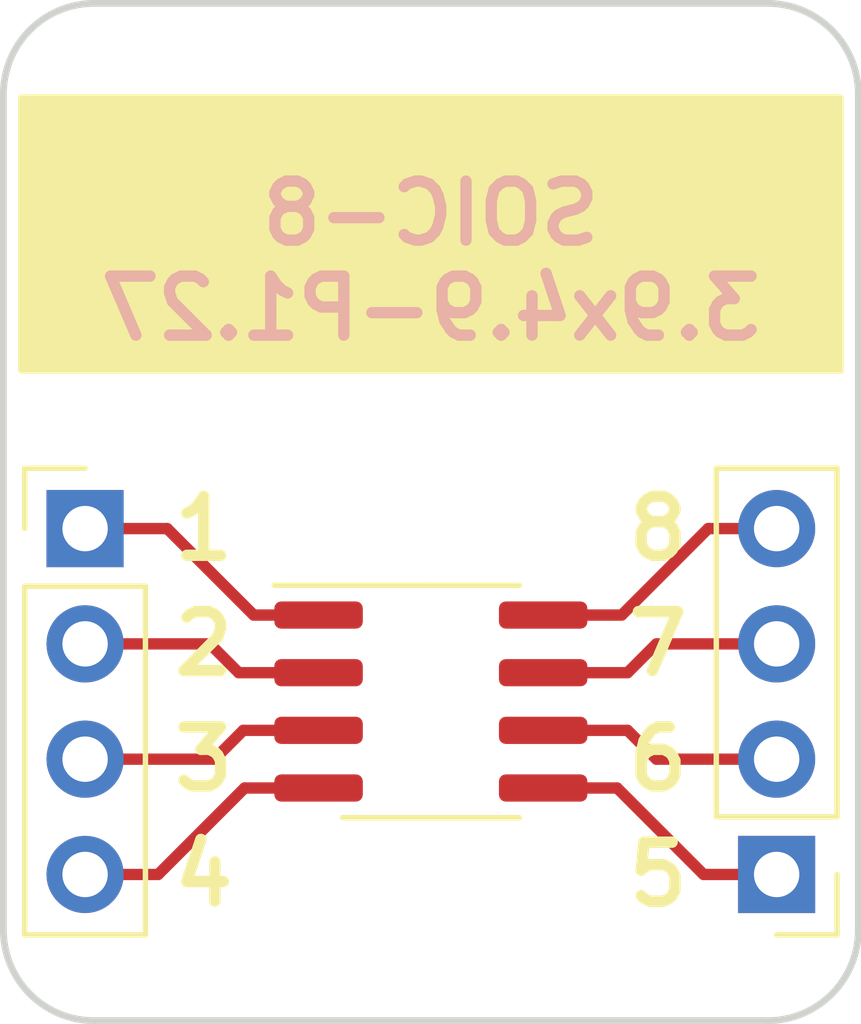
<source format=kicad_pcb>
(kicad_pcb (version 20171130) (host pcbnew 5.1.7-a382d34a8~87~ubuntu20.04.1)

  (general
    (thickness 1)
    (drawings 18)
    (tracks 24)
    (zones 0)
    (modules 3)
    (nets 9)
  )

  (page A4)
  (title_block
    (title BRK-SOIC-8-3.9x4.9-P1.27)
    (rev v1.0)
    (company https://gekkio.fi)
  )

  (layers
    (0 F.Cu signal)
    (31 B.Cu signal)
    (32 B.Adhes user)
    (33 F.Adhes user)
    (34 B.Paste user)
    (35 F.Paste user)
    (36 B.SilkS user)
    (37 F.SilkS user)
    (38 B.Mask user)
    (39 F.Mask user)
    (40 Dwgs.User user)
    (41 Cmts.User user)
    (42 Eco1.User user)
    (43 Eco2.User user)
    (44 Edge.Cuts user)
    (45 Margin user)
    (46 B.CrtYd user)
    (47 F.CrtYd user)
    (48 B.Fab user)
    (49 F.Fab user)
  )

  (setup
    (last_trace_width 0.25)
    (trace_clearance 0.2)
    (zone_clearance 0.508)
    (zone_45_only no)
    (trace_min 0.2)
    (via_size 0.8)
    (via_drill 0.4)
    (via_min_size 0.4)
    (via_min_drill 0.3)
    (uvia_size 0.3)
    (uvia_drill 0.1)
    (uvias_allowed no)
    (uvia_min_size 0.2)
    (uvia_min_drill 0.1)
    (edge_width 0.05)
    (segment_width 0.2)
    (pcb_text_width 0.3)
    (pcb_text_size 1.5 1.5)
    (mod_edge_width 0.12)
    (mod_text_size 1 1)
    (mod_text_width 0.15)
    (pad_size 1.524 1.524)
    (pad_drill 0.762)
    (pad_to_mask_clearance 0)
    (aux_axis_origin 0 0)
    (visible_elements FFFFFF7F)
    (pcbplotparams
      (layerselection 0x010fc_ffffffff)
      (usegerberextensions false)
      (usegerberattributes true)
      (usegerberadvancedattributes true)
      (creategerberjobfile true)
      (excludeedgelayer true)
      (linewidth 0.150000)
      (plotframeref false)
      (viasonmask false)
      (mode 1)
      (useauxorigin false)
      (hpglpennumber 1)
      (hpglpenspeed 20)
      (hpglpendiameter 15.000000)
      (psnegative false)
      (psa4output false)
      (plotreference true)
      (plotvalue true)
      (plotinvisibletext false)
      (padsonsilk false)
      (subtractmaskfromsilk false)
      (outputformat 1)
      (mirror false)
      (drillshape 0)
      (scaleselection 1)
      (outputdirectory "gerber/"))
  )

  (net 0 "")
  (net 1 PIN1)
  (net 2 PIN2)
  (net 3 PIN3)
  (net 4 PIN4)
  (net 5 PIN5)
  (net 6 PIN6)
  (net 7 PIN7)
  (net 8 PIN8)

  (net_class Default "This is the default net class."
    (clearance 0.2)
    (trace_width 0.25)
    (via_dia 0.8)
    (via_drill 0.4)
    (uvia_dia 0.3)
    (uvia_drill 0.1)
    (add_net PIN1)
    (add_net PIN2)
    (add_net PIN3)
    (add_net PIN4)
    (add_net PIN5)
    (add_net PIN6)
    (add_net PIN7)
    (add_net PIN8)
  )

  (module PinHeader_1x04_P2.54mm_Vertical (layer F.Cu) (tedit 59FED5CC) (tstamp 5F73ADB3)
    (at 107.62 103.81 180)
    (descr "Through hole straight pin header, 1x04, 2.54mm pitch, single row")
    (tags "Through hole pin header THT 1x04 2.54mm single row")
    (fp_text reference J2 (at 0 -2.33 180) (layer F.SilkS) hide
      (effects (font (size 1 1) (thickness 0.15)))
    )
    (fp_text value PinHeader_1x04_P2.54mm_Vertical (at 0 9.95 180) (layer F.Fab) hide
      (effects (font (size 1 1) (thickness 0.15)))
    )
    (fp_line (start 1.8 -1.8) (end -1.8 -1.8) (layer F.CrtYd) (width 0.05))
    (fp_line (start 1.8 9.4) (end 1.8 -1.8) (layer F.CrtYd) (width 0.05))
    (fp_line (start -1.8 9.4) (end 1.8 9.4) (layer F.CrtYd) (width 0.05))
    (fp_line (start -1.8 -1.8) (end -1.8 9.4) (layer F.CrtYd) (width 0.05))
    (fp_line (start -1.33 -1.33) (end 0 -1.33) (layer F.SilkS) (width 0.12))
    (fp_line (start -1.33 0) (end -1.33 -1.33) (layer F.SilkS) (width 0.12))
    (fp_line (start -1.33 1.27) (end 1.33 1.27) (layer F.SilkS) (width 0.12))
    (fp_line (start 1.33 1.27) (end 1.33 8.95) (layer F.SilkS) (width 0.12))
    (fp_line (start -1.33 1.27) (end -1.33 8.95) (layer F.SilkS) (width 0.12))
    (fp_line (start -1.33 8.95) (end 1.33 8.95) (layer F.SilkS) (width 0.12))
    (fp_line (start -1.27 -0.635) (end -0.635 -1.27) (layer F.Fab) (width 0.1))
    (fp_line (start -1.27 8.89) (end -1.27 -0.635) (layer F.Fab) (width 0.1))
    (fp_line (start 1.27 8.89) (end -1.27 8.89) (layer F.Fab) (width 0.1))
    (fp_line (start 1.27 -1.27) (end 1.27 8.89) (layer F.Fab) (width 0.1))
    (fp_line (start -0.635 -1.27) (end 1.27 -1.27) (layer F.Fab) (width 0.1))
    (fp_text user %R (at 0 3.81 270) (layer F.Fab)
      (effects (font (size 1 1) (thickness 0.15)))
    )
    (pad 4 thru_hole oval (at 0 7.62 180) (size 1.7 1.7) (drill 1) (layers *.Cu *.Mask)
      (net 8 PIN8))
    (pad 3 thru_hole oval (at 0 5.08 180) (size 1.7 1.7) (drill 1) (layers *.Cu *.Mask)
      (net 7 PIN7))
    (pad 2 thru_hole oval (at 0 2.54 180) (size 1.7 1.7) (drill 1) (layers *.Cu *.Mask)
      (net 6 PIN6))
    (pad 1 thru_hole rect (at 0 0 180) (size 1.7 1.7) (drill 1) (layers *.Cu *.Mask)
      (net 5 PIN5))
    (model ${KISYS3DMOD}/Connector_PinHeader_2.54mm.3dshapes/PinHeader_1x04_P2.54mm_Vertical.wrl
      (at (xyz 0 0 0))
      (scale (xyz 1 1 1))
      (rotate (xyz 0 0 0))
    )
  )

  (module PinHeader_1x04_P2.54mm_Vertical (layer F.Cu) (tedit 59FED5CC) (tstamp 5F73AD9C)
    (at 92.38 96.19)
    (descr "Through hole straight pin header, 1x04, 2.54mm pitch, single row")
    (tags "Through hole pin header THT 1x04 2.54mm single row")
    (fp_text reference J1 (at 0 -2.33) (layer F.SilkS) hide
      (effects (font (size 1 1) (thickness 0.15)))
    )
    (fp_text value PinHeader_1x04_P2.54mm_Vertical (at 0 9.95) (layer F.Fab) hide
      (effects (font (size 1 1) (thickness 0.15)))
    )
    (fp_line (start 1.8 -1.8) (end -1.8 -1.8) (layer F.CrtYd) (width 0.05))
    (fp_line (start 1.8 9.4) (end 1.8 -1.8) (layer F.CrtYd) (width 0.05))
    (fp_line (start -1.8 9.4) (end 1.8 9.4) (layer F.CrtYd) (width 0.05))
    (fp_line (start -1.8 -1.8) (end -1.8 9.4) (layer F.CrtYd) (width 0.05))
    (fp_line (start -1.33 -1.33) (end 0 -1.33) (layer F.SilkS) (width 0.12))
    (fp_line (start -1.33 0) (end -1.33 -1.33) (layer F.SilkS) (width 0.12))
    (fp_line (start -1.33 1.27) (end 1.33 1.27) (layer F.SilkS) (width 0.12))
    (fp_line (start 1.33 1.27) (end 1.33 8.95) (layer F.SilkS) (width 0.12))
    (fp_line (start -1.33 1.27) (end -1.33 8.95) (layer F.SilkS) (width 0.12))
    (fp_line (start -1.33 8.95) (end 1.33 8.95) (layer F.SilkS) (width 0.12))
    (fp_line (start -1.27 -0.635) (end -0.635 -1.27) (layer F.Fab) (width 0.1))
    (fp_line (start -1.27 8.89) (end -1.27 -0.635) (layer F.Fab) (width 0.1))
    (fp_line (start 1.27 8.89) (end -1.27 8.89) (layer F.Fab) (width 0.1))
    (fp_line (start 1.27 -1.27) (end 1.27 8.89) (layer F.Fab) (width 0.1))
    (fp_line (start -0.635 -1.27) (end 1.27 -1.27) (layer F.Fab) (width 0.1))
    (fp_text user %R (at 0 3.81 90) (layer F.Fab)
      (effects (font (size 1 1) (thickness 0.15)))
    )
    (pad 4 thru_hole oval (at 0 7.62) (size 1.7 1.7) (drill 1) (layers *.Cu *.Mask)
      (net 4 PIN4))
    (pad 3 thru_hole oval (at 0 5.08) (size 1.7 1.7) (drill 1) (layers *.Cu *.Mask)
      (net 3 PIN3))
    (pad 2 thru_hole oval (at 0 2.54) (size 1.7 1.7) (drill 1) (layers *.Cu *.Mask)
      (net 2 PIN2))
    (pad 1 thru_hole rect (at 0 0) (size 1.7 1.7) (drill 1) (layers *.Cu *.Mask)
      (net 1 PIN1))
    (model ${KISYS3DMOD}/Connector_PinHeader_2.54mm.3dshapes/PinHeader_1x04_P2.54mm_Vertical.wrl
      (at (xyz 0 0 0))
      (scale (xyz 1 1 1))
      (rotate (xyz 0 0 0))
    )
  )

  (module SOIC-8_3.9x4.9mm_P1.27mm (layer F.Cu) (tedit 5D9F72B1) (tstamp 5F73AB57)
    (at 100 100)
    (descr "SOIC, 8 Pin (JEDEC MS-012AA, https://www.analog.com/media/en/package-pcb-resources/package/pkg_pdf/soic_narrow-r/r_8.pdf), generated with kicad-footprint-generator ipc_gullwing_generator.py")
    (tags "SOIC SO")
    (attr smd)
    (fp_text reference U1 (at 0 -3.4) (layer F.SilkS) hide
      (effects (font (size 1 1) (thickness 0.15)))
    )
    (fp_text value SOIC-8_3.9x4.9mm_P1.27mm (at 0 3.4) (layer F.Fab) hide
      (effects (font (size 1 1) (thickness 0.15)))
    )
    (fp_line (start 3.7 -2.7) (end -3.7 -2.7) (layer F.CrtYd) (width 0.05))
    (fp_line (start 3.7 2.7) (end 3.7 -2.7) (layer F.CrtYd) (width 0.05))
    (fp_line (start -3.7 2.7) (end 3.7 2.7) (layer F.CrtYd) (width 0.05))
    (fp_line (start -3.7 -2.7) (end -3.7 2.7) (layer F.CrtYd) (width 0.05))
    (fp_line (start -1.95 -1.475) (end -0.975 -2.45) (layer F.Fab) (width 0.1))
    (fp_line (start -1.95 2.45) (end -1.95 -1.475) (layer F.Fab) (width 0.1))
    (fp_line (start 1.95 2.45) (end -1.95 2.45) (layer F.Fab) (width 0.1))
    (fp_line (start 1.95 -2.45) (end 1.95 2.45) (layer F.Fab) (width 0.1))
    (fp_line (start -0.975 -2.45) (end 1.95 -2.45) (layer F.Fab) (width 0.1))
    (fp_line (start 0 -2.56) (end -3.45 -2.56) (layer F.SilkS) (width 0.12))
    (fp_line (start 0 -2.56) (end 1.95 -2.56) (layer F.SilkS) (width 0.12))
    (fp_line (start 0 2.56) (end -1.95 2.56) (layer F.SilkS) (width 0.12))
    (fp_line (start 0 2.56) (end 1.95 2.56) (layer F.SilkS) (width 0.12))
    (fp_text user %R (at 0 0) (layer F.Fab)
      (effects (font (size 0.98 0.98) (thickness 0.15)))
    )
    (pad 8 smd roundrect (at 2.475 -1.905) (size 1.95 0.6) (layers F.Cu F.Paste F.Mask) (roundrect_rratio 0.25)
      (net 8 PIN8))
    (pad 7 smd roundrect (at 2.475 -0.635) (size 1.95 0.6) (layers F.Cu F.Paste F.Mask) (roundrect_rratio 0.25)
      (net 7 PIN7))
    (pad 6 smd roundrect (at 2.475 0.635) (size 1.95 0.6) (layers F.Cu F.Paste F.Mask) (roundrect_rratio 0.25)
      (net 6 PIN6))
    (pad 5 smd roundrect (at 2.475 1.905) (size 1.95 0.6) (layers F.Cu F.Paste F.Mask) (roundrect_rratio 0.25)
      (net 5 PIN5))
    (pad 4 smd roundrect (at -2.475 1.905) (size 1.95 0.6) (layers F.Cu F.Paste F.Mask) (roundrect_rratio 0.25)
      (net 4 PIN4))
    (pad 3 smd roundrect (at -2.475 0.635) (size 1.95 0.6) (layers F.Cu F.Paste F.Mask) (roundrect_rratio 0.25)
      (net 3 PIN3))
    (pad 2 smd roundrect (at -2.475 -0.635) (size 1.95 0.6) (layers F.Cu F.Paste F.Mask) (roundrect_rratio 0.25)
      (net 2 PIN2))
    (pad 1 smd roundrect (at -2.475 -1.905) (size 1.95 0.6) (layers F.Cu F.Paste F.Mask) (roundrect_rratio 0.25)
      (net 1 PIN1))
    (model ${KISYS3DMOD}/Package_SO.3dshapes/SOIC-8_3.9x4.9mm_P1.27mm.wrl
      (at (xyz 0 0 0))
      (scale (xyz 1 1 1))
      (rotate (xyz 0 0 0))
    )
  )

  (gr_arc (start 107.42 86.62) (end 107.42 84.62) (angle 90) (layer Edge.Cuts) (width 0.15))
  (gr_arc (start 92.58 86.62) (end 90.58 86.62) (angle 90) (layer Edge.Cuts) (width 0.15))
  (gr_arc (start 92.58 105.03) (end 92.58 107.03) (angle 90) (layer Edge.Cuts) (width 0.15))
  (gr_arc (start 107.42 105.03) (end 109.42 105.03) (angle 90) (layer Edge.Cuts) (width 0.15))
  (gr_line (start 92.58 107.03) (end 107.42 107.03) (layer Edge.Cuts) (width 0.15))
  (gr_line (start 92.58 84.62) (end 107.42 84.62) (layer Edge.Cuts) (width 0.15))
  (gr_line (start 109.42 105.03) (end 109.42 86.62) (layer Edge.Cuts) (width 0.15))
  (gr_line (start 90.58 86.62) (end 90.58 105.03) (layer Edge.Cuts) (width 0.15))
  (gr_text 8 (at 105.79 96.19) (layer F.SilkS)
    (effects (font (size 1.3 1.3) (thickness 0.25)) (justify right))
  )
  (gr_text 7 (at 105.79 98.73) (layer F.SilkS)
    (effects (font (size 1.3 1.3) (thickness 0.25)) (justify right))
  )
  (gr_text 6 (at 105.79 101.27) (layer F.SilkS)
    (effects (font (size 1.3 1.3) (thickness 0.25)) (justify right))
  )
  (gr_text 5 (at 105.79 103.81) (layer F.SilkS)
    (effects (font (size 1.3 1.3) (thickness 0.25)) (justify right))
  )
  (gr_text 4 (at 94.21 103.81) (layer F.SilkS)
    (effects (font (size 1.3 1.3) (thickness 0.25)) (justify left))
  )
  (gr_text 3 (at 94.21 101.27) (layer F.SilkS)
    (effects (font (size 1.3 1.3) (thickness 0.25)) (justify left))
  )
  (gr_text 2 (at 94.21 98.73) (layer F.SilkS)
    (effects (font (size 1.3 1.3) (thickness 0.25)) (justify left))
  )
  (gr_text 1 (at 94.21 96.19) (layer F.SilkS)
    (effects (font (size 1.3 1.3) (thickness 0.25)) (justify left))
  )
  (gr_text "SOIC-8\n3.9x4.9-P1.27" (at 100 92.1) (layer B.SilkS)
    (effects (font (size 1.3 1.3) (thickness 0.25)) (justify bottom mirror))
  )
  (gr_poly (pts (xy 90.98 86.7) (xy 90.98 92.7) (xy 109.02 92.7) (xy 109.02 86.7)) (layer F.SilkS) (width 0.15))

  (segment (start 97.525 98.095) (end 96.095 98.095) (width 0.25) (layer F.Cu) (net 1))
  (segment (start 94.19 96.19) (end 92.38 96.19) (width 0.25) (layer F.Cu) (net 1))
  (segment (start 96.095 98.095) (end 94.19 96.19) (width 0.25) (layer F.Cu) (net 1))
  (segment (start 97.525 99.365) (end 95.765 99.365) (width 0.25) (layer F.Cu) (net 2))
  (segment (start 95.13 98.73) (end 92.38 98.73) (width 0.25) (layer F.Cu) (net 2))
  (segment (start 95.765 99.365) (end 95.13 98.73) (width 0.25) (layer F.Cu) (net 2))
  (segment (start 97.525 100.635) (end 95.865 100.635) (width 0.25) (layer F.Cu) (net 3))
  (segment (start 95.23 101.27) (end 92.38 101.27) (width 0.25) (layer F.Cu) (net 3))
  (segment (start 95.865 100.635) (end 95.23 101.27) (width 0.25) (layer F.Cu) (net 3))
  (segment (start 93.99 103.81) (end 92.38 103.81) (width 0.25) (layer F.Cu) (net 4))
  (segment (start 95.895 101.905) (end 93.99 103.81) (width 0.25) (layer F.Cu) (net 4))
  (segment (start 97.525 101.905) (end 95.895 101.905) (width 0.25) (layer F.Cu) (net 4))
  (segment (start 106.01 103.81) (end 107.62 103.81) (width 0.25) (layer F.Cu) (net 5))
  (segment (start 104.105 101.905) (end 106.01 103.81) (width 0.25) (layer F.Cu) (net 5))
  (segment (start 102.475 101.905) (end 104.105 101.905) (width 0.25) (layer F.Cu) (net 5))
  (segment (start 102.475 100.635) (end 104.335 100.635) (width 0.25) (layer F.Cu) (net 6))
  (segment (start 104.97 101.27) (end 107.62 101.27) (width 0.25) (layer F.Cu) (net 6))
  (segment (start 104.335 100.635) (end 104.97 101.27) (width 0.25) (layer F.Cu) (net 6))
  (segment (start 102.475 99.365) (end 104.335 99.365) (width 0.25) (layer F.Cu) (net 7))
  (segment (start 104.97 98.73) (end 107.62 98.73) (width 0.25) (layer F.Cu) (net 7))
  (segment (start 104.335 99.365) (end 104.97 98.73) (width 0.25) (layer F.Cu) (net 7))
  (segment (start 106.11 96.19) (end 107.62 96.19) (width 0.25) (layer F.Cu) (net 8))
  (segment (start 104.205 98.095) (end 106.11 96.19) (width 0.25) (layer F.Cu) (net 8))
  (segment (start 102.475 98.095) (end 104.205 98.095) (width 0.25) (layer F.Cu) (net 8))

)

</source>
